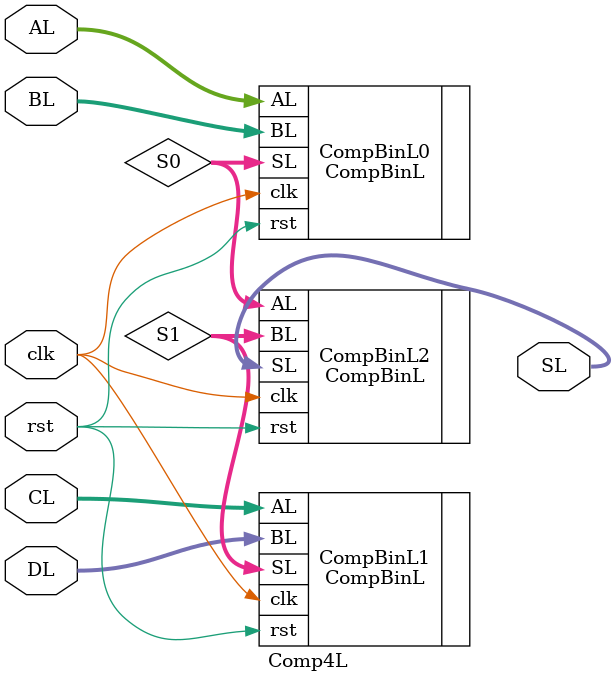
<source format=sv>
`timescale 1ns / 1ps


module Comp4L(
    input clk,              /*Clock input*/
    input rst,              /*Reset input*/
    input [7:0] AL,          /*Input A*/
    input [7:0] BL,          /*Input B*/
    input [7:0] CL,          /*Input C*/
    input [7:0] DL,          /*Input D*/
    output [7:0] SL          /*Output S*/
    );
    
    /*Signals or wires*/
    wire [7:0] S0;           /*Handle the result from comparing A,B*/
    wire [7:0] S1;           /*Hnadle the result from comparing C,D*/
    
    /*2 input comparator*/
    CompBinL CompBinL0(       /*Binary compartor to compare A,B*/
    .clk    (clk),          /*Clock signal input*/
    .rst    (rst),          /*Reset signal input*/
    .AL      (AL),            /*Input A*/
    .BL      (BL),            /*Input B*/
    .SL      (S0)            /*Output S0*/
    );
    
    /*2 input comparator*/
    CompBinL CompBinL1(       /*Binary compartor to compare C,D*/
    .clk    (clk),          /*Clock signal input*/
    .rst    (rst),          /*Reset signal input*/
    .AL      (CL),            /*Input C*/
    .BL      (DL),            /*Input D*/
    .SL      (S1)            /*Output S1*/
    );
    
    /*2 input comparator*/
    CompBinL CompBinL2(       /*Binary compartor to compare S0,S1*/
    .clk    (clk),          /*Clock signal input*/
    .rst    (rst),          /*Reset signal input*/
    .AL      (S0),           /*Input S0*/
    .BL      (S1),           /*Input S1*/
    .SL      (SL)             /*Output S*/
    );
endmodule

</source>
